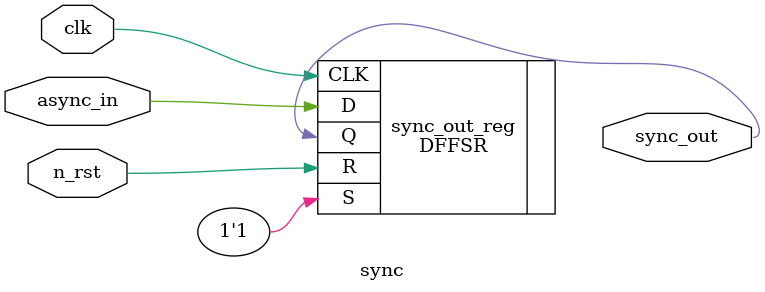
<source format=v>


module sync ( clk, n_rst, async_in, sync_out );
  input clk, n_rst, async_in;
  output sync_out;


  DFFSR sync_out_reg ( .D(async_in), .CLK(clk), .R(n_rst), .S(1'b1), .Q(
        sync_out) );
endmodule


</source>
